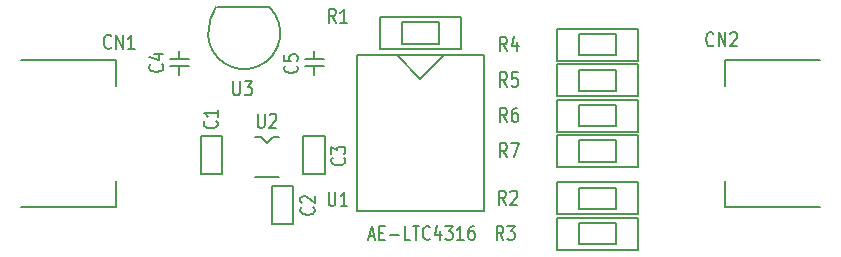
<source format=gbr>
%TF.GenerationSoftware,KiCad,Pcbnew,7.0.10*%
%TF.CreationDate,2024-04-17T13:25:17+09:00*%
%TF.ProjectId,HD-AK4316,48442d41-4b34-4333-9136-2e6b69636164,rev?*%
%TF.SameCoordinates,PX7735940PY47868c0*%
%TF.FileFunction,Legend,Top*%
%TF.FilePolarity,Positive*%
%FSLAX46Y46*%
G04 Gerber Fmt 4.6, Leading zero omitted, Abs format (unit mm)*
G04 Created by KiCad (PCBNEW 7.0.10) date 2024-04-17 13:25:17*
%MOMM*%
%LPD*%
G01*
G04 APERTURE LIST*
%ADD10C,0.200000*%
G04 APERTURE END LIST*
D10*
X30622054Y3800115D02*
X31098244Y3800115D01*
X30526816Y3457258D02*
X30860149Y4657258D01*
X30860149Y4657258D02*
X31193482Y3457258D01*
X31526816Y4085829D02*
X31860149Y4085829D01*
X32003006Y3457258D02*
X31526816Y3457258D01*
X31526816Y3457258D02*
X31526816Y4657258D01*
X31526816Y4657258D02*
X32003006Y4657258D01*
X32431578Y3914400D02*
X33193483Y3914400D01*
X34145863Y3457258D02*
X33669673Y3457258D01*
X33669673Y3457258D02*
X33669673Y4657258D01*
X34336340Y4657258D02*
X34907768Y4657258D01*
X34622054Y3457258D02*
X34622054Y4657258D01*
X35812530Y3571543D02*
X35764911Y3514400D01*
X35764911Y3514400D02*
X35622054Y3457258D01*
X35622054Y3457258D02*
X35526816Y3457258D01*
X35526816Y3457258D02*
X35383959Y3514400D01*
X35383959Y3514400D02*
X35288721Y3628686D01*
X35288721Y3628686D02*
X35241102Y3742972D01*
X35241102Y3742972D02*
X35193483Y3971543D01*
X35193483Y3971543D02*
X35193483Y4142972D01*
X35193483Y4142972D02*
X35241102Y4371543D01*
X35241102Y4371543D02*
X35288721Y4485829D01*
X35288721Y4485829D02*
X35383959Y4600115D01*
X35383959Y4600115D02*
X35526816Y4657258D01*
X35526816Y4657258D02*
X35622054Y4657258D01*
X35622054Y4657258D02*
X35764911Y4600115D01*
X35764911Y4600115D02*
X35812530Y4542972D01*
X36669673Y4257258D02*
X36669673Y3457258D01*
X36431578Y4714400D02*
X36193483Y3857258D01*
X36193483Y3857258D02*
X36812530Y3857258D01*
X37098245Y4657258D02*
X37717292Y4657258D01*
X37717292Y4657258D02*
X37383959Y4200115D01*
X37383959Y4200115D02*
X37526816Y4200115D01*
X37526816Y4200115D02*
X37622054Y4142972D01*
X37622054Y4142972D02*
X37669673Y4085829D01*
X37669673Y4085829D02*
X37717292Y3971543D01*
X37717292Y3971543D02*
X37717292Y3685829D01*
X37717292Y3685829D02*
X37669673Y3571543D01*
X37669673Y3571543D02*
X37622054Y3514400D01*
X37622054Y3514400D02*
X37526816Y3457258D01*
X37526816Y3457258D02*
X37241102Y3457258D01*
X37241102Y3457258D02*
X37145864Y3514400D01*
X37145864Y3514400D02*
X37098245Y3571543D01*
X38669673Y3457258D02*
X38098245Y3457258D01*
X38383959Y3457258D02*
X38383959Y4657258D01*
X38383959Y4657258D02*
X38288721Y4485829D01*
X38288721Y4485829D02*
X38193483Y4371543D01*
X38193483Y4371543D02*
X38098245Y4314400D01*
X39526816Y4657258D02*
X39336340Y4657258D01*
X39336340Y4657258D02*
X39241102Y4600115D01*
X39241102Y4600115D02*
X39193483Y4542972D01*
X39193483Y4542972D02*
X39098245Y4371543D01*
X39098245Y4371543D02*
X39050626Y4142972D01*
X39050626Y4142972D02*
X39050626Y3685829D01*
X39050626Y3685829D02*
X39098245Y3571543D01*
X39098245Y3571543D02*
X39145864Y3514400D01*
X39145864Y3514400D02*
X39241102Y3457258D01*
X39241102Y3457258D02*
X39431578Y3457258D01*
X39431578Y3457258D02*
X39526816Y3514400D01*
X39526816Y3514400D02*
X39574435Y3571543D01*
X39574435Y3571543D02*
X39622054Y3685829D01*
X39622054Y3685829D02*
X39622054Y3971543D01*
X39622054Y3971543D02*
X39574435Y4085829D01*
X39574435Y4085829D02*
X39526816Y4142972D01*
X39526816Y4142972D02*
X39431578Y4200115D01*
X39431578Y4200115D02*
X39241102Y4200115D01*
X39241102Y4200115D02*
X39145864Y4142972D01*
X39145864Y4142972D02*
X39098245Y4085829D01*
X39098245Y4085829D02*
X39050626Y3971543D01*
X42333333Y10455258D02*
X42000000Y11026686D01*
X41761905Y10455258D02*
X41761905Y11655258D01*
X41761905Y11655258D02*
X42142857Y11655258D01*
X42142857Y11655258D02*
X42238095Y11598115D01*
X42238095Y11598115D02*
X42285714Y11540972D01*
X42285714Y11540972D02*
X42333333Y11426686D01*
X42333333Y11426686D02*
X42333333Y11255258D01*
X42333333Y11255258D02*
X42285714Y11140972D01*
X42285714Y11140972D02*
X42238095Y11083829D01*
X42238095Y11083829D02*
X42142857Y11026686D01*
X42142857Y11026686D02*
X41761905Y11026686D01*
X42666667Y11655258D02*
X43333333Y11655258D01*
X43333333Y11655258D02*
X42904762Y10455258D01*
X27238095Y7555258D02*
X27238095Y6583829D01*
X27238095Y6583829D02*
X27285714Y6469543D01*
X27285714Y6469543D02*
X27333333Y6412400D01*
X27333333Y6412400D02*
X27428571Y6355258D01*
X27428571Y6355258D02*
X27619047Y6355258D01*
X27619047Y6355258D02*
X27714285Y6412400D01*
X27714285Y6412400D02*
X27761904Y6469543D01*
X27761904Y6469543D02*
X27809523Y6583829D01*
X27809523Y6583829D02*
X27809523Y7555258D01*
X28809523Y6355258D02*
X28238095Y6355258D01*
X28523809Y6355258D02*
X28523809Y7555258D01*
X28523809Y7555258D02*
X28428571Y7383829D01*
X28428571Y7383829D02*
X28333333Y7269543D01*
X28333333Y7269543D02*
X28238095Y7212400D01*
X19158095Y16920258D02*
X19158095Y15948829D01*
X19158095Y15948829D02*
X19205714Y15834543D01*
X19205714Y15834543D02*
X19253333Y15777400D01*
X19253333Y15777400D02*
X19348571Y15720258D01*
X19348571Y15720258D02*
X19539047Y15720258D01*
X19539047Y15720258D02*
X19634285Y15777400D01*
X19634285Y15777400D02*
X19681904Y15834543D01*
X19681904Y15834543D02*
X19729523Y15948829D01*
X19729523Y15948829D02*
X19729523Y16920258D01*
X20110476Y16920258D02*
X20729523Y16920258D01*
X20729523Y16920258D02*
X20396190Y16463115D01*
X20396190Y16463115D02*
X20539047Y16463115D01*
X20539047Y16463115D02*
X20634285Y16405972D01*
X20634285Y16405972D02*
X20681904Y16348829D01*
X20681904Y16348829D02*
X20729523Y16234543D01*
X20729523Y16234543D02*
X20729523Y15948829D01*
X20729523Y15948829D02*
X20681904Y15834543D01*
X20681904Y15834543D02*
X20634285Y15777400D01*
X20634285Y15777400D02*
X20539047Y15720258D01*
X20539047Y15720258D02*
X20253333Y15720258D01*
X20253333Y15720258D02*
X20158095Y15777400D01*
X20158095Y15777400D02*
X20110476Y15834543D01*
X27833333Y21855258D02*
X27500000Y22426686D01*
X27261905Y21855258D02*
X27261905Y23055258D01*
X27261905Y23055258D02*
X27642857Y23055258D01*
X27642857Y23055258D02*
X27738095Y22998115D01*
X27738095Y22998115D02*
X27785714Y22940972D01*
X27785714Y22940972D02*
X27833333Y22826686D01*
X27833333Y22826686D02*
X27833333Y22655258D01*
X27833333Y22655258D02*
X27785714Y22540972D01*
X27785714Y22540972D02*
X27738095Y22483829D01*
X27738095Y22483829D02*
X27642857Y22426686D01*
X27642857Y22426686D02*
X27261905Y22426686D01*
X28785714Y21855258D02*
X28214286Y21855258D01*
X28500000Y21855258D02*
X28500000Y23055258D01*
X28500000Y23055258D02*
X28404762Y22883829D01*
X28404762Y22883829D02*
X28309524Y22769543D01*
X28309524Y22769543D02*
X28214286Y22712400D01*
X42333333Y19455258D02*
X42000000Y20026686D01*
X41761905Y19455258D02*
X41761905Y20655258D01*
X41761905Y20655258D02*
X42142857Y20655258D01*
X42142857Y20655258D02*
X42238095Y20598115D01*
X42238095Y20598115D02*
X42285714Y20540972D01*
X42285714Y20540972D02*
X42333333Y20426686D01*
X42333333Y20426686D02*
X42333333Y20255258D01*
X42333333Y20255258D02*
X42285714Y20140972D01*
X42285714Y20140972D02*
X42238095Y20083829D01*
X42238095Y20083829D02*
X42142857Y20026686D01*
X42142857Y20026686D02*
X41761905Y20026686D01*
X43190476Y20255258D02*
X43190476Y19455258D01*
X42952381Y20712400D02*
X42714286Y19855258D01*
X42714286Y19855258D02*
X43333333Y19855258D01*
X13130457Y18333334D02*
X13187600Y18285715D01*
X13187600Y18285715D02*
X13244742Y18142858D01*
X13244742Y18142858D02*
X13244742Y18047620D01*
X13244742Y18047620D02*
X13187600Y17904763D01*
X13187600Y17904763D02*
X13073314Y17809525D01*
X13073314Y17809525D02*
X12959028Y17761906D01*
X12959028Y17761906D02*
X12730457Y17714287D01*
X12730457Y17714287D02*
X12559028Y17714287D01*
X12559028Y17714287D02*
X12330457Y17761906D01*
X12330457Y17761906D02*
X12216171Y17809525D01*
X12216171Y17809525D02*
X12101885Y17904763D01*
X12101885Y17904763D02*
X12044742Y18047620D01*
X12044742Y18047620D02*
X12044742Y18142858D01*
X12044742Y18142858D02*
X12101885Y18285715D01*
X12101885Y18285715D02*
X12159028Y18333334D01*
X12444742Y19190477D02*
X13244742Y19190477D01*
X11987600Y18952382D02*
X12844742Y18714287D01*
X12844742Y18714287D02*
X12844742Y19333334D01*
X17730457Y13533334D02*
X17787600Y13485715D01*
X17787600Y13485715D02*
X17844742Y13342858D01*
X17844742Y13342858D02*
X17844742Y13247620D01*
X17844742Y13247620D02*
X17787600Y13104763D01*
X17787600Y13104763D02*
X17673314Y13009525D01*
X17673314Y13009525D02*
X17559028Y12961906D01*
X17559028Y12961906D02*
X17330457Y12914287D01*
X17330457Y12914287D02*
X17159028Y12914287D01*
X17159028Y12914287D02*
X16930457Y12961906D01*
X16930457Y12961906D02*
X16816171Y13009525D01*
X16816171Y13009525D02*
X16701885Y13104763D01*
X16701885Y13104763D02*
X16644742Y13247620D01*
X16644742Y13247620D02*
X16644742Y13342858D01*
X16644742Y13342858D02*
X16701885Y13485715D01*
X16701885Y13485715D02*
X16759028Y13533334D01*
X17844742Y14485715D02*
X17844742Y13914287D01*
X17844742Y14200001D02*
X16644742Y14200001D01*
X16644742Y14200001D02*
X16816171Y14104763D01*
X16816171Y14104763D02*
X16930457Y14009525D01*
X16930457Y14009525D02*
X16987600Y13914287D01*
X8809523Y19769543D02*
X8761904Y19712400D01*
X8761904Y19712400D02*
X8619047Y19655258D01*
X8619047Y19655258D02*
X8523809Y19655258D01*
X8523809Y19655258D02*
X8380952Y19712400D01*
X8380952Y19712400D02*
X8285714Y19826686D01*
X8285714Y19826686D02*
X8238095Y19940972D01*
X8238095Y19940972D02*
X8190476Y20169543D01*
X8190476Y20169543D02*
X8190476Y20340972D01*
X8190476Y20340972D02*
X8238095Y20569543D01*
X8238095Y20569543D02*
X8285714Y20683829D01*
X8285714Y20683829D02*
X8380952Y20798115D01*
X8380952Y20798115D02*
X8523809Y20855258D01*
X8523809Y20855258D02*
X8619047Y20855258D01*
X8619047Y20855258D02*
X8761904Y20798115D01*
X8761904Y20798115D02*
X8809523Y20740972D01*
X9238095Y19655258D02*
X9238095Y20855258D01*
X9238095Y20855258D02*
X9809523Y19655258D01*
X9809523Y19655258D02*
X9809523Y20855258D01*
X10809523Y19655258D02*
X10238095Y19655258D01*
X10523809Y19655258D02*
X10523809Y20855258D01*
X10523809Y20855258D02*
X10428571Y20683829D01*
X10428571Y20683829D02*
X10333333Y20569543D01*
X10333333Y20569543D02*
X10238095Y20512400D01*
X25930457Y6233334D02*
X25987600Y6185715D01*
X25987600Y6185715D02*
X26044742Y6042858D01*
X26044742Y6042858D02*
X26044742Y5947620D01*
X26044742Y5947620D02*
X25987600Y5804763D01*
X25987600Y5804763D02*
X25873314Y5709525D01*
X25873314Y5709525D02*
X25759028Y5661906D01*
X25759028Y5661906D02*
X25530457Y5614287D01*
X25530457Y5614287D02*
X25359028Y5614287D01*
X25359028Y5614287D02*
X25130457Y5661906D01*
X25130457Y5661906D02*
X25016171Y5709525D01*
X25016171Y5709525D02*
X24901885Y5804763D01*
X24901885Y5804763D02*
X24844742Y5947620D01*
X24844742Y5947620D02*
X24844742Y6042858D01*
X24844742Y6042858D02*
X24901885Y6185715D01*
X24901885Y6185715D02*
X24959028Y6233334D01*
X24959028Y6614287D02*
X24901885Y6661906D01*
X24901885Y6661906D02*
X24844742Y6757144D01*
X24844742Y6757144D02*
X24844742Y6995239D01*
X24844742Y6995239D02*
X24901885Y7090477D01*
X24901885Y7090477D02*
X24959028Y7138096D01*
X24959028Y7138096D02*
X25073314Y7185715D01*
X25073314Y7185715D02*
X25187600Y7185715D01*
X25187600Y7185715D02*
X25359028Y7138096D01*
X25359028Y7138096D02*
X26044742Y6566668D01*
X26044742Y6566668D02*
X26044742Y7185715D01*
X59809523Y19969543D02*
X59761904Y19912400D01*
X59761904Y19912400D02*
X59619047Y19855258D01*
X59619047Y19855258D02*
X59523809Y19855258D01*
X59523809Y19855258D02*
X59380952Y19912400D01*
X59380952Y19912400D02*
X59285714Y20026686D01*
X59285714Y20026686D02*
X59238095Y20140972D01*
X59238095Y20140972D02*
X59190476Y20369543D01*
X59190476Y20369543D02*
X59190476Y20540972D01*
X59190476Y20540972D02*
X59238095Y20769543D01*
X59238095Y20769543D02*
X59285714Y20883829D01*
X59285714Y20883829D02*
X59380952Y20998115D01*
X59380952Y20998115D02*
X59523809Y21055258D01*
X59523809Y21055258D02*
X59619047Y21055258D01*
X59619047Y21055258D02*
X59761904Y20998115D01*
X59761904Y20998115D02*
X59809523Y20940972D01*
X60238095Y19855258D02*
X60238095Y21055258D01*
X60238095Y21055258D02*
X60809523Y19855258D01*
X60809523Y19855258D02*
X60809523Y21055258D01*
X61238095Y20940972D02*
X61285714Y20998115D01*
X61285714Y20998115D02*
X61380952Y21055258D01*
X61380952Y21055258D02*
X61619047Y21055258D01*
X61619047Y21055258D02*
X61714285Y20998115D01*
X61714285Y20998115D02*
X61761904Y20940972D01*
X61761904Y20940972D02*
X61809523Y20826686D01*
X61809523Y20826686D02*
X61809523Y20712400D01*
X61809523Y20712400D02*
X61761904Y20540972D01*
X61761904Y20540972D02*
X61190476Y19855258D01*
X61190476Y19855258D02*
X61809523Y19855258D01*
X24530457Y18233334D02*
X24587600Y18185715D01*
X24587600Y18185715D02*
X24644742Y18042858D01*
X24644742Y18042858D02*
X24644742Y17947620D01*
X24644742Y17947620D02*
X24587600Y17804763D01*
X24587600Y17804763D02*
X24473314Y17709525D01*
X24473314Y17709525D02*
X24359028Y17661906D01*
X24359028Y17661906D02*
X24130457Y17614287D01*
X24130457Y17614287D02*
X23959028Y17614287D01*
X23959028Y17614287D02*
X23730457Y17661906D01*
X23730457Y17661906D02*
X23616171Y17709525D01*
X23616171Y17709525D02*
X23501885Y17804763D01*
X23501885Y17804763D02*
X23444742Y17947620D01*
X23444742Y17947620D02*
X23444742Y18042858D01*
X23444742Y18042858D02*
X23501885Y18185715D01*
X23501885Y18185715D02*
X23559028Y18233334D01*
X23444742Y19138096D02*
X23444742Y18661906D01*
X23444742Y18661906D02*
X24016171Y18614287D01*
X24016171Y18614287D02*
X23959028Y18661906D01*
X23959028Y18661906D02*
X23901885Y18757144D01*
X23901885Y18757144D02*
X23901885Y18995239D01*
X23901885Y18995239D02*
X23959028Y19090477D01*
X23959028Y19090477D02*
X24016171Y19138096D01*
X24016171Y19138096D02*
X24130457Y19185715D01*
X24130457Y19185715D02*
X24416171Y19185715D01*
X24416171Y19185715D02*
X24530457Y19138096D01*
X24530457Y19138096D02*
X24587600Y19090477D01*
X24587600Y19090477D02*
X24644742Y18995239D01*
X24644742Y18995239D02*
X24644742Y18757144D01*
X24644742Y18757144D02*
X24587600Y18661906D01*
X24587600Y18661906D02*
X24530457Y18614287D01*
X28530457Y10433334D02*
X28587600Y10385715D01*
X28587600Y10385715D02*
X28644742Y10242858D01*
X28644742Y10242858D02*
X28644742Y10147620D01*
X28644742Y10147620D02*
X28587600Y10004763D01*
X28587600Y10004763D02*
X28473314Y9909525D01*
X28473314Y9909525D02*
X28359028Y9861906D01*
X28359028Y9861906D02*
X28130457Y9814287D01*
X28130457Y9814287D02*
X27959028Y9814287D01*
X27959028Y9814287D02*
X27730457Y9861906D01*
X27730457Y9861906D02*
X27616171Y9909525D01*
X27616171Y9909525D02*
X27501885Y10004763D01*
X27501885Y10004763D02*
X27444742Y10147620D01*
X27444742Y10147620D02*
X27444742Y10242858D01*
X27444742Y10242858D02*
X27501885Y10385715D01*
X27501885Y10385715D02*
X27559028Y10433334D01*
X27444742Y10766668D02*
X27444742Y11385715D01*
X27444742Y11385715D02*
X27901885Y11052382D01*
X27901885Y11052382D02*
X27901885Y11195239D01*
X27901885Y11195239D02*
X27959028Y11290477D01*
X27959028Y11290477D02*
X28016171Y11338096D01*
X28016171Y11338096D02*
X28130457Y11385715D01*
X28130457Y11385715D02*
X28416171Y11385715D01*
X28416171Y11385715D02*
X28530457Y11338096D01*
X28530457Y11338096D02*
X28587600Y11290477D01*
X28587600Y11290477D02*
X28644742Y11195239D01*
X28644742Y11195239D02*
X28644742Y10909525D01*
X28644742Y10909525D02*
X28587600Y10814287D01*
X28587600Y10814287D02*
X28530457Y10766668D01*
X42233333Y6455258D02*
X41900000Y7026686D01*
X41661905Y6455258D02*
X41661905Y7655258D01*
X41661905Y7655258D02*
X42042857Y7655258D01*
X42042857Y7655258D02*
X42138095Y7598115D01*
X42138095Y7598115D02*
X42185714Y7540972D01*
X42185714Y7540972D02*
X42233333Y7426686D01*
X42233333Y7426686D02*
X42233333Y7255258D01*
X42233333Y7255258D02*
X42185714Y7140972D01*
X42185714Y7140972D02*
X42138095Y7083829D01*
X42138095Y7083829D02*
X42042857Y7026686D01*
X42042857Y7026686D02*
X41661905Y7026686D01*
X42614286Y7540972D02*
X42661905Y7598115D01*
X42661905Y7598115D02*
X42757143Y7655258D01*
X42757143Y7655258D02*
X42995238Y7655258D01*
X42995238Y7655258D02*
X43090476Y7598115D01*
X43090476Y7598115D02*
X43138095Y7540972D01*
X43138095Y7540972D02*
X43185714Y7426686D01*
X43185714Y7426686D02*
X43185714Y7312400D01*
X43185714Y7312400D02*
X43138095Y7140972D01*
X43138095Y7140972D02*
X42566667Y6455258D01*
X42566667Y6455258D02*
X43185714Y6455258D01*
X42333333Y13455258D02*
X42000000Y14026686D01*
X41761905Y13455258D02*
X41761905Y14655258D01*
X41761905Y14655258D02*
X42142857Y14655258D01*
X42142857Y14655258D02*
X42238095Y14598115D01*
X42238095Y14598115D02*
X42285714Y14540972D01*
X42285714Y14540972D02*
X42333333Y14426686D01*
X42333333Y14426686D02*
X42333333Y14255258D01*
X42333333Y14255258D02*
X42285714Y14140972D01*
X42285714Y14140972D02*
X42238095Y14083829D01*
X42238095Y14083829D02*
X42142857Y14026686D01*
X42142857Y14026686D02*
X41761905Y14026686D01*
X43190476Y14655258D02*
X43000000Y14655258D01*
X43000000Y14655258D02*
X42904762Y14598115D01*
X42904762Y14598115D02*
X42857143Y14540972D01*
X42857143Y14540972D02*
X42761905Y14369543D01*
X42761905Y14369543D02*
X42714286Y14140972D01*
X42714286Y14140972D02*
X42714286Y13683829D01*
X42714286Y13683829D02*
X42761905Y13569543D01*
X42761905Y13569543D02*
X42809524Y13512400D01*
X42809524Y13512400D02*
X42904762Y13455258D01*
X42904762Y13455258D02*
X43095238Y13455258D01*
X43095238Y13455258D02*
X43190476Y13512400D01*
X43190476Y13512400D02*
X43238095Y13569543D01*
X43238095Y13569543D02*
X43285714Y13683829D01*
X43285714Y13683829D02*
X43285714Y13969543D01*
X43285714Y13969543D02*
X43238095Y14083829D01*
X43238095Y14083829D02*
X43190476Y14140972D01*
X43190476Y14140972D02*
X43095238Y14198115D01*
X43095238Y14198115D02*
X42904762Y14198115D01*
X42904762Y14198115D02*
X42809524Y14140972D01*
X42809524Y14140972D02*
X42761905Y14083829D01*
X42761905Y14083829D02*
X42714286Y13969543D01*
X42333333Y16455258D02*
X42000000Y17026686D01*
X41761905Y16455258D02*
X41761905Y17655258D01*
X41761905Y17655258D02*
X42142857Y17655258D01*
X42142857Y17655258D02*
X42238095Y17598115D01*
X42238095Y17598115D02*
X42285714Y17540972D01*
X42285714Y17540972D02*
X42333333Y17426686D01*
X42333333Y17426686D02*
X42333333Y17255258D01*
X42333333Y17255258D02*
X42285714Y17140972D01*
X42285714Y17140972D02*
X42238095Y17083829D01*
X42238095Y17083829D02*
X42142857Y17026686D01*
X42142857Y17026686D02*
X41761905Y17026686D01*
X43238095Y17655258D02*
X42761905Y17655258D01*
X42761905Y17655258D02*
X42714286Y17083829D01*
X42714286Y17083829D02*
X42761905Y17140972D01*
X42761905Y17140972D02*
X42857143Y17198115D01*
X42857143Y17198115D02*
X43095238Y17198115D01*
X43095238Y17198115D02*
X43190476Y17140972D01*
X43190476Y17140972D02*
X43238095Y17083829D01*
X43238095Y17083829D02*
X43285714Y16969543D01*
X43285714Y16969543D02*
X43285714Y16683829D01*
X43285714Y16683829D02*
X43238095Y16569543D01*
X43238095Y16569543D02*
X43190476Y16512400D01*
X43190476Y16512400D02*
X43095238Y16455258D01*
X43095238Y16455258D02*
X42857143Y16455258D01*
X42857143Y16455258D02*
X42761905Y16512400D01*
X42761905Y16512400D02*
X42714286Y16569543D01*
X42033333Y3455258D02*
X41700000Y4026686D01*
X41461905Y3455258D02*
X41461905Y4655258D01*
X41461905Y4655258D02*
X41842857Y4655258D01*
X41842857Y4655258D02*
X41938095Y4598115D01*
X41938095Y4598115D02*
X41985714Y4540972D01*
X41985714Y4540972D02*
X42033333Y4426686D01*
X42033333Y4426686D02*
X42033333Y4255258D01*
X42033333Y4255258D02*
X41985714Y4140972D01*
X41985714Y4140972D02*
X41938095Y4083829D01*
X41938095Y4083829D02*
X41842857Y4026686D01*
X41842857Y4026686D02*
X41461905Y4026686D01*
X42366667Y4655258D02*
X42985714Y4655258D01*
X42985714Y4655258D02*
X42652381Y4198115D01*
X42652381Y4198115D02*
X42795238Y4198115D01*
X42795238Y4198115D02*
X42890476Y4140972D01*
X42890476Y4140972D02*
X42938095Y4083829D01*
X42938095Y4083829D02*
X42985714Y3969543D01*
X42985714Y3969543D02*
X42985714Y3683829D01*
X42985714Y3683829D02*
X42938095Y3569543D01*
X42938095Y3569543D02*
X42890476Y3512400D01*
X42890476Y3512400D02*
X42795238Y3455258D01*
X42795238Y3455258D02*
X42509524Y3455258D01*
X42509524Y3455258D02*
X42414286Y3512400D01*
X42414286Y3512400D02*
X42366667Y3569543D01*
X21238095Y14155258D02*
X21238095Y13183829D01*
X21238095Y13183829D02*
X21285714Y13069543D01*
X21285714Y13069543D02*
X21333333Y13012400D01*
X21333333Y13012400D02*
X21428571Y12955258D01*
X21428571Y12955258D02*
X21619047Y12955258D01*
X21619047Y12955258D02*
X21714285Y13012400D01*
X21714285Y13012400D02*
X21761904Y13069543D01*
X21761904Y13069543D02*
X21809523Y13183829D01*
X21809523Y13183829D02*
X21809523Y14155258D01*
X22238095Y14040972D02*
X22285714Y14098115D01*
X22285714Y14098115D02*
X22380952Y14155258D01*
X22380952Y14155258D02*
X22619047Y14155258D01*
X22619047Y14155258D02*
X22714285Y14098115D01*
X22714285Y14098115D02*
X22761904Y14040972D01*
X22761904Y14040972D02*
X22809523Y13926686D01*
X22809523Y13926686D02*
X22809523Y13812400D01*
X22809523Y13812400D02*
X22761904Y13640972D01*
X22761904Y13640972D02*
X22190476Y12955258D01*
X22190476Y12955258D02*
X22809523Y12955258D01*
%TO.C,R7*%
X46600000Y12350000D02*
X46600000Y9650000D01*
X46600000Y9650000D02*
X53400000Y9650000D01*
X53400000Y12350000D02*
X46600000Y12350000D01*
X53400000Y9650000D02*
X53400000Y12350000D01*
X48400000Y11900000D02*
X51600000Y11900000D01*
X51600000Y11900000D02*
X51600000Y10100000D01*
X51600000Y10100000D02*
X48400000Y10100000D01*
X48400000Y10100000D02*
X48400000Y11900000D01*
%TO.C,U1*%
X37000000Y19100000D02*
X35000000Y17100000D01*
X33000000Y19100000D02*
X35000000Y17100000D01*
X40400000Y19100000D02*
X29600000Y19100000D01*
X29600000Y19100000D02*
X29600000Y5900000D01*
X29600000Y5900000D02*
X40400000Y5900000D01*
X40400000Y5900000D02*
X40400000Y19100000D01*
%TO.C,U3*%
X22200000Y23200000D02*
X17750000Y23200000D01*
X17007828Y21000000D02*
G75*
G03*
X22200000Y23200000I3062172J0D01*
G01*
X17689387Y23200000D02*
G75*
G03*
X17040997Y21000128I3365127J-2187328D01*
G01*
%TO.C,R1*%
X31600000Y22350000D02*
X31600000Y19650000D01*
X31600000Y19650000D02*
X38400000Y19650000D01*
X38400000Y22350000D02*
X31600000Y22350000D01*
X38400000Y19650000D02*
X38400000Y22350000D01*
X33400000Y21900000D02*
X36600000Y21900000D01*
X36600000Y21900000D02*
X36600000Y20100000D01*
X36600000Y20100000D02*
X33400000Y20100000D01*
X33400000Y20100000D02*
X33400000Y21900000D01*
%TO.C,R4*%
X53400000Y18650000D02*
X53400000Y21350000D01*
X53400000Y21350000D02*
X46600000Y21350000D01*
X46600000Y18650000D02*
X53400000Y18650000D01*
X46600000Y21350000D02*
X46600000Y18650000D01*
X51600000Y19100000D02*
X48400000Y19100000D01*
X48400000Y19100000D02*
X48400000Y20900000D01*
X48400000Y20900000D02*
X51600000Y20900000D01*
X51600000Y20900000D02*
X51600000Y19100000D01*
%TO.C,C4*%
X14600000Y19460000D02*
X14600000Y18760000D01*
X15400000Y18760000D02*
X13800000Y18760000D01*
X13800000Y18160000D02*
X15400000Y18160000D01*
X14600000Y17460000D02*
X14600000Y18160000D01*
%TO.C,C1*%
X16400000Y12250000D02*
X18200000Y12250000D01*
X18200000Y12250000D02*
X18200000Y9050000D01*
X18200000Y9050000D02*
X16400000Y9050000D01*
X16400000Y9050000D02*
X16400000Y12250000D01*
%TO.C,CN1*%
X9200000Y18700000D02*
X9200000Y16500000D01*
X1200000Y18700000D02*
X9200000Y18700000D01*
X9200000Y6300000D02*
X9200000Y8500000D01*
X1200000Y6300000D02*
X9200000Y6300000D01*
%TO.C,C2*%
X22400000Y8000000D02*
X24200000Y8000000D01*
X24200000Y8000000D02*
X24200000Y4800000D01*
X24200000Y4800000D02*
X22400000Y4800000D01*
X22400000Y4800000D02*
X22400000Y8000000D01*
%TO.C,CN2*%
X60800000Y6300000D02*
X60800000Y8500000D01*
X68800000Y6300000D02*
X60800000Y6300000D01*
X60800000Y18700000D02*
X60800000Y16500000D01*
X68800000Y18700000D02*
X60800000Y18700000D01*
%TO.C,C5*%
X26000000Y19460000D02*
X26000000Y18760000D01*
X26800000Y18760000D02*
X25200000Y18760000D01*
X25200000Y18160000D02*
X26800000Y18160000D01*
X26000000Y17460000D02*
X26000000Y18160000D01*
%TO.C,C3*%
X25100000Y12250000D02*
X26900000Y12250000D01*
X26900000Y12250000D02*
X26900000Y9050000D01*
X26900000Y9050000D02*
X25100000Y9050000D01*
X25100000Y9050000D02*
X25100000Y12250000D01*
%TO.C,R2*%
X53400000Y5650000D02*
X53400000Y8350000D01*
X53400000Y8350000D02*
X46600000Y8350000D01*
X46600000Y5650000D02*
X53400000Y5650000D01*
X46600000Y8350000D02*
X46600000Y5650000D01*
X51600000Y6100000D02*
X48400000Y6100000D01*
X48400000Y6100000D02*
X48400000Y7900000D01*
X48400000Y7900000D02*
X51600000Y7900000D01*
X51600000Y7900000D02*
X51600000Y6100000D01*
%TO.C,R6*%
X53400000Y12650000D02*
X53400000Y15350000D01*
X53400000Y15350000D02*
X46600000Y15350000D01*
X46600000Y12650000D02*
X53400000Y12650000D01*
X46600000Y15350000D02*
X46600000Y12650000D01*
X51600000Y13100000D02*
X48400000Y13100000D01*
X48400000Y13100000D02*
X48400000Y14900000D01*
X48400000Y14900000D02*
X51600000Y14900000D01*
X51600000Y14900000D02*
X51600000Y13100000D01*
%TO.C,R5*%
X46600000Y18350000D02*
X46600000Y15650000D01*
X46600000Y15650000D02*
X53400000Y15650000D01*
X53400000Y18350000D02*
X46600000Y18350000D01*
X53400000Y15650000D02*
X53400000Y18350000D01*
X48400000Y17900000D02*
X51600000Y17900000D01*
X51600000Y17900000D02*
X51600000Y16100000D01*
X51600000Y16100000D02*
X48400000Y16100000D01*
X48400000Y16100000D02*
X48400000Y17900000D01*
%TO.C,R3*%
X53400000Y2650000D02*
X53400000Y5350000D01*
X53400000Y5350000D02*
X46600000Y5350000D01*
X46600000Y2650000D02*
X53400000Y2650000D01*
X46600000Y5350000D02*
X46600000Y2650000D01*
X51600000Y3100000D02*
X48400000Y3100000D01*
X48400000Y3100000D02*
X48400000Y4900000D01*
X48400000Y4900000D02*
X51600000Y4900000D01*
X51600000Y4900000D02*
X51600000Y3100000D01*
%TO.C,U2*%
X23000000Y12200000D02*
X22500000Y12200000D01*
X22500000Y12200000D02*
X22000000Y11700000D01*
X21500000Y12200000D02*
X21000000Y12200000D01*
X21500000Y12200000D02*
X22000000Y11700000D01*
X23000000Y8800000D02*
X21000000Y8800000D01*
%TD*%
M02*

</source>
